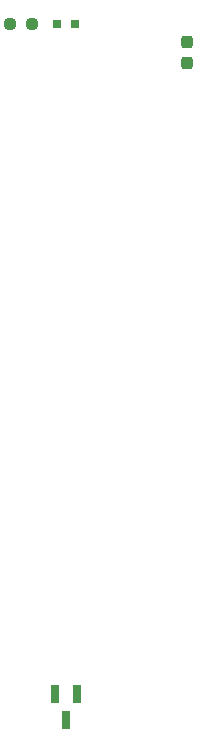
<source format=gbr>
G04 #@! TF.GenerationSoftware,KiCad,Pcbnew,7.0.11+dfsg-1build4*
G04 #@! TF.CreationDate,2024-11-28T15:01:58+09:00*
G04 #@! TF.ProjectId,bionic-tmp90c802,62696f6e-6963-42d7-946d-703930633830,6*
G04 #@! TF.SameCoordinates,Original*
G04 #@! TF.FileFunction,Paste,Top*
G04 #@! TF.FilePolarity,Positive*
%FSLAX46Y46*%
G04 Gerber Fmt 4.6, Leading zero omitted, Abs format (unit mm)*
G04 Created by KiCad (PCBNEW 7.0.11+dfsg-1build4) date 2024-11-28 15:01:58*
%MOMM*%
%LPD*%
G01*
G04 APERTURE LIST*
G04 Aperture macros list*
%AMRoundRect*
0 Rectangle with rounded corners*
0 $1 Rounding radius*
0 $2 $3 $4 $5 $6 $7 $8 $9 X,Y pos of 4 corners*
0 Add a 4 corners polygon primitive as box body*
4,1,4,$2,$3,$4,$5,$6,$7,$8,$9,$2,$3,0*
0 Add four circle primitives for the rounded corners*
1,1,$1+$1,$2,$3*
1,1,$1+$1,$4,$5*
1,1,$1+$1,$6,$7*
1,1,$1+$1,$8,$9*
0 Add four rect primitives between the rounded corners*
20,1,$1+$1,$2,$3,$4,$5,0*
20,1,$1+$1,$4,$5,$6,$7,0*
20,1,$1+$1,$6,$7,$8,$9,0*
20,1,$1+$1,$8,$9,$2,$3,0*%
G04 Aperture macros list end*
%ADD10R,0.762000X0.711200*%
%ADD11RoundRect,0.237500X0.250000X0.237500X-0.250000X0.237500X-0.250000X-0.237500X0.250000X-0.237500X0*%
%ADD12R,0.660400X1.625600*%
%ADD13RoundRect,0.237500X0.237500X-0.300000X0.237500X0.300000X-0.237500X0.300000X-0.237500X-0.300000X0*%
G04 APERTURE END LIST*
D10*
X112925300Y-71778000D03*
X114474700Y-71778000D03*
D11*
X110802500Y-71778000D03*
X108977500Y-71778000D03*
D12*
X114614400Y-128572400D03*
X112714398Y-128572400D03*
X113664399Y-130704400D03*
D13*
X123910800Y-75078900D03*
X123910800Y-73353900D03*
M02*

</source>
